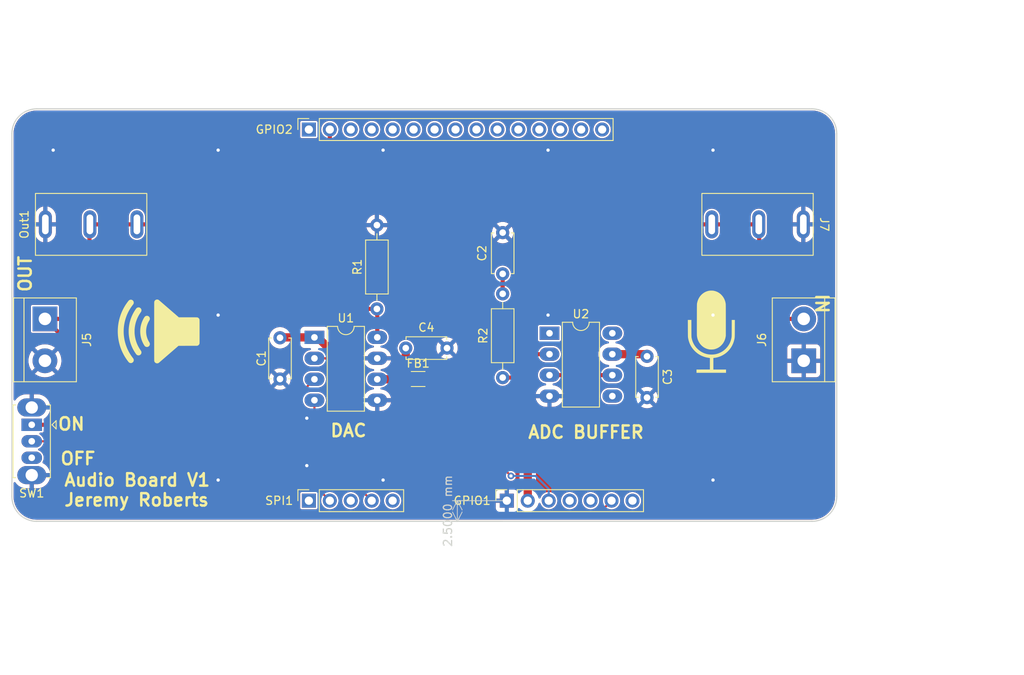
<source format=kicad_pcb>
(kicad_pcb (version 20211014) (generator pcbnew)
  (layers (0 "F.Cu" signal) (31 "B.Cu" signal) (34 "B.Paste" user) (35 "F.Paste" user) (36 "B.SilkS" user "B.Silkscreen") (37 "F.SilkS" user "F.Silkscreen") (38 "B.Mask" user) (39 "F.Mask" user) (44 "Edge.Cuts" user))
  (net 0 "")
  (net 1 "VCC")
  (net 2 "GND")
  (net 3 "ADC")
  (net 5 "SCK")
  (net 7 "SDO")
  (net 8 "Speaker")
  (net 9 "CS#")
  (net 15 "Net-(J6-Pad2)")
  (net 16 "Net-(R2-Pad1)")
  (net 17 "VREF")
  (net 34 "Net-(J5-Pad1)")
  (footprint "Capacitor_THT:C_Disc_D4.7mm_W2.5mm_P5.00mm" (layer "F.Cu") (at 179.5 90 90)
    (fp_text reference "C2" (at 2.5 -2.5 90) (layer "F.SilkS"))
    (fp_text value "100n")
    (fp_line (start 4.97 -1.37) (end 4.97 -1.055) (layer "F.SilkS") (width 0.12))
    (fp_line (start 0.03 1.055) (end 0.03 1.37) (layer "F.SilkS") (width 0.12))
    (fp_line (start 0.03 -1.37) (end 4.97 -1.37) (layer "F.SilkS") (width 0.12))
    (fp_line (start 0.03 1.37) (end 4.97 1.37) (layer "F.SilkS") (width 0.12))
    (fp_line (start 0.03 -1.37) (end 0.03 -1.055) (layer "F.SilkS") (width 0.12))
    (fp_line (start 4.97 1.055) (end 4.97 1.37) (layer "F.SilkS") (width 0.12))
    (pad "1" thru_hole circle (at 0 0 90) (size 1.6 1.6) (drill 0.8) (layers *.Cu *.Mask) (net 3 "ADC"))
    (pad "2" thru_hole circle (at 5 0 90) (size 1.6 1.6) (drill 0.8) (layers *.Cu *.Mask) (net 2 "GND"))
  )
  (footprint "Resistor_THT:R_Axial_DIN0207_L6.3mm_D2.5mm_P10.16mm_Horizontal" (layer "F.Cu") (at 179.5 102.58 90)
    (fp_text reference "R2" (at 5.08 -2.37 90) (layer "F.SilkS"))
    (fp_text value "15")
    (fp_line (start 1.81 -1.37) (end 1.81 1.37) (layer "F.SilkS") (width 0.12))
    (fp_line (start 8.35 1.37) (end 8.35 -1.37) (layer "F.SilkS") (width 0.12))
    (fp_line (start 9.12 0) (end 8.35 0) (layer "F.SilkS") (width 0.12))
    (fp_line (start 1.81 1.37) (end 8.35 1.37) (layer "F.SilkS") (width 0.12))
    (fp_line (start 8.35 -1.37) (end 1.81 -1.37) (layer "F.SilkS") (width 0.12))
    (fp_line (start 1.04 0) (end 1.81 0) (layer "F.SilkS") (width 0.12))
    (pad "1" thru_hole circle (at 0 0 90) (size 1.6 1.6) (drill 0.8) (layers *.Cu *.Mask) (net 16 "Net-(R2-Pad1)"))
    (pad "2" thru_hole oval (at 10.16 0 90) (size 1.6 1.6) (drill 0.8) (layers *.Cu *.Mask) (net 3 "ADC"))
  )
  (footprint "Capacitor_THT:C_Disc_D4.7mm_W2.5mm_P5.00mm" (layer "F.Cu") (at 167.75 99)
    (fp_text reference "C4" (at 2.5 -2.5) (layer "F.SilkS"))
    (fp_text value "100n")
    (fp_line (start 0.03 1.055) (end 0.03 1.37) (layer "F.SilkS") (width 0.12))
    (fp_line (start 0.03 1.37) (end 4.97 1.37) (layer "F.SilkS") (width 0.12))
    (fp_line (start 4.97 -1.37) (end 4.97 -1.055) (layer "F.SilkS") (width 0.12))
    (fp_line (start 0.03 -1.37) (end 0.03 -1.055) (layer "F.SilkS") (width 0.12))
    (fp_line (start 0.03 -1.37) (end 4.97 -1.37) (layer "F.SilkS") (width 0.12))
    (fp_line (start 4.97 1.055) (end 4.97 1.37) (layer "F.SilkS") (width 0.12))
    (pad "1" thru_hole circle (at 0 0) (size 1.6 1.6) (drill 0.8) (layers *.Cu *.Mask) (net 17 "VREF"))
    (pad "2" thru_hole circle (at 5 0) (size 1.6 1.6) (drill 0.8) (layers *.Cu *.Mask) (net 2 "GND"))
  )
  (footprint "Capacitor_THT:C_Disc_D4.7mm_W2.5mm_P5.00mm" (layer "F.Cu") (at 197 100 -90)
    (fp_text reference "C3" (at 2.5 -2.5 90) (layer "F.SilkS"))
    (fp_text value "100n")
    (fp_line (start 0.03 1.37) (end 4.97 1.37) (layer "F.SilkS") (width 0.12))
    (fp_line (start 0.03 -1.37) (end 0.03 -1.055) (layer "F.SilkS") (width 0.12))
    (fp_line (start 4.97 1.055) (end 4.97 1.37) (layer "F.SilkS") (width 0.12))
    (fp_line (start 4.97 -1.37) (end 4.97 -1.055) (layer "F.SilkS") (width 0.12))
    (fp_line (start 0.03 1.055) (end 0.03 1.37) (layer "F.SilkS") (width 0.12))
    (fp_line (start 0.03 -1.37) (end 4.97 -1.37) (layer "F.SilkS") (width 0.12))
    (pad "1" thru_hole circle (at 0 0 270) (size 1.6 1.6) (drill 0.8) (layers *.Cu *.Mask) (net 1 "VCC"))
    (pad "2" thru_hole circle (at 5 0 270) (size 1.6 1.6) (drill 0.8) (layers *.Cu *.Mask) (net 2 "GND"))
  )
  (footprint "Connector_PinSocket_2.54mm:PinSocket_1x15_P2.54mm_Vertical" (layer "F.Cu") (at 156 72.5 90)
    (fp_text reference "GPIO2" (at 0 -4.2 180) (layer "F.SilkS"))
    (fp_text value "GPIO" hide)
    (fp_line (start -1.33 1.27) (end -1.33 36.89) (layer "F.SilkS") (width 0.12))
    (fp_line (start 1.33 -1.33) (end 1.33 0) (layer "F.SilkS") (width 0.12))
    (fp_line (start -1.33 1.27) (end 1.33 1.27) (layer "F.SilkS") (width 0.12))
    (fp_line (start -1.33 36.89) (end 1.33 36.89) (layer "F.SilkS") (width 0.12))
    (fp_line (start 1.33 1.27) (end 1.33 36.89) (layer "F.SilkS") (width 0.12))
    (fp_line (start 0 -1.33) (end 1.33 -1.33) (layer "F.SilkS") (width 0.12))
    (pad "1" thru_hole rect (at 0 0 90) (size 1.7 1.7) (drill 1) (layers *.Cu *.Mask))
    (pad "2" thru_hole oval (at 0 2.54 90) (size 1.7 1.7) (drill 1) (layers *.Cu *.Mask) (net 3 "ADC"))
    (pad "3" thru_hole oval (at 0 5.08 90) (size 1.7 1.7) (drill 1) (layers *.Cu *.Mask))
    (pad "4" thru_hole oval (at 0 7.62 90) (size 1.7 1.7) (drill 1) (layers *.Cu *.Mask))
    (pad "5" thru_hole oval (at 0 10.16 90) (size 1.7 1.7) (drill 1) (layers *.Cu *.Mask))
    (pad "6" thru_hole oval (at 0 12.7 90) (size 1.7 1.7) (drill 1) (layers *.Cu *.Mask))
    (pad "7" thru_hole oval (at 0 15.24 90) (size 1.7 1.7) (drill 1) (layers *.Cu *.Mask))
    (pad "8" thru_hole oval (at 0 17.78 90) (size 1.7 1.7) (drill 1) (layers *.Cu *.Mask))
    (pad "9" thru_hole oval (at 0 20.32 90) (size 1.7 1.7) (drill 1) (layers *.Cu *.Mask))
    (pad "10" thru_hole oval (at 0 22.86 90) (size 1.7 1.7) (drill 1) (layers *.Cu *.Mask))
    (pad "11" thru_hole oval (at 0 25.4 90) (size 1.7 1.7) (drill 1) (layers *.Cu *.Mask))
    (pad "12" thru_hole oval (at 0 27.94 90) (size 1.7 1.7) (drill 1) (layers *.Cu *.Mask))
    (pad "13" thru_hole oval (at 0 30.48 90) (size 1.7 1.7) (drill 1) (layers *.Cu *.Mask))
    (pad "14" thru_hole oval (at 0 33.02 90) (size 1.7 1.7) (drill 1) (layers *.Cu *.Mask))
    (pad "15" thru_hole oval (at 0 35.56 90) (size 1.7 1.7) (drill 1) (layers *.Cu *.Mask))
  )
  (footprint "Grapics:Speaker" (layer "F.Cu") (at 137.8 97 180)
    (fp_text reference "G***" hide)
    (fp_text value "LOGO" hide)
    (fp_poly (pts (xy 1.452355 -1.864307) (xy 1.509678 -1.857953) (xy 1.561448 -1.843936) (xy 1.609604 -1.821456) (xy 1.656085 -1.789713) (xy 1.678171 -1.771128) (xy 1.695619 -1.752807) (xy 1.716776 -1.725924) (xy 1.741025 -1.691494) (xy 1.767752 -1.650535) (xy 1.79634 -1.604063) (xy 1.826173 -1.553097) (xy 1.856635 -1.498652) (xy 1.887112 -1.441746) (xy 1.916985 -1.383395) (xy 1.934398 -1.348045) (xy 2.008324 -1.183666) (xy 2.072494 -1.015714) (xy 2.126847 -0.844674) (xy 2.171322 -0.671032) (xy 2.205857 -0.495274) (xy 2.230393 -0.317885) (xy 2.244868 -0.139352) (xy 2.249222 0.03984) (xy 2.243393 0.219206) (xy 2.22732 0.398258) (xy 2.200944 0.576512) (xy 2.185573 0.656942) (xy 2.145608 0.827572) (xy 2.096107 0.996316) (xy 2.037506 1.162033) (xy 1.970239 1.323582) (xy 1.894739 1.479825) (xy 1.822126 1.611525) (xy 1.789998 1.665599) (xy 1.761702 1.711231) (xy 1.736397 1.749397) (xy 1.713246 1.78107) (xy 1.691408 1.807225) (xy 1.670045 1.828839) (xy 1.648317 1.846884) (xy 1.625385 1.862336) (xy 1.600411 1.87617) (xy 1.589799 1.881402) (xy 1.533719 1.902913) (xy 1.475501 1.915133) (xy 1.416947 1.917837) (xy 1.359859 1.910796) (xy 1.358556 1.910513) (xy 1.301046 1.892957) (xy 1.248747 1.8665) (xy 1.200863 1.830698) (xy 1.179868 1.810734) (xy 1.141813 1.766763) (xy 1.11343 1.721643) (xy 1.093907 1.673501) (xy 1.082429 1.620469) (xy 1.078688 1.578147) (xy 1.077907 1.546496) (xy 1.078915 1.518237) (xy 1.082242 1.491861) (xy 1.088415 1.465859) (xy 1.097963 1.438722) (xy 1.111413 1.408942) (xy 1.129294 1.375011) (xy 1.152134 1.335418) (xy 1.179493 1.290234) (xy 1.256732 1.154487) (xy 1.324707 1.014141) (xy 1.383317 0.869757) (xy 1.432456 0.721891) (xy 1.472021 0.571103) (xy 1.50191 0.417952) (xy 1.522018 0.262994) (xy 1.532242 0.10679) (xy 1.532478 -0.050103) (xy 1.522624 -0.207126) (xy 1.502574 -0.36372) (xy 1.494665 -0.409932) (xy 1.465275 -0.547955) (xy 1.427371 -0.685751) (xy 1.381574 -0.821722) (xy 1.328506 -0.95427) (xy 1.268786 -1.081798) (xy 1.203037 -1.202709) (xy 1.157949 -1.276084) (xy 1.129003 -1.323802) (xy 1.107253 -1.366708) (xy 1.091978 -1.406902) (xy 1.082457 -1.446487) (xy 1.077969 -1.487565) (xy 1.077385 -1.510966) (xy 1.081704 -1.570793) (xy 1.094931 -1.62572) (xy 1.11747 -1.676709) (xy 1.149723 -1.724722) (xy 1.182236 -1.761081) (xy 1.227057 -1.800507) (xy 1.273787 -1.830133) (xy 1.323622 -1.850417) (xy 1.377758 -1.861815) (xy 1.43739 -1.864784)) (layer "F.SilkS") (width 0) (fill solid))
    (fp_poly (pts (xy 3.443405 -3.81353) (xy 3.496829 -3.801497) (xy 3.546766 -3.780652) (xy 3.595142 -3.75035) (xy 3.603522 -3.74408) (xy 3.620655 -3.729776) (xy 3.638885 -3.711997) (xy 3.659425 -3.689412) (xy 3.68349 -3.660689) (xy 3.710289 -3.627058) (xy 3.85813 -3.429963) (xy 3.997901 -3.226333) (xy 4.129265 -3.016757) (xy 4.251883 -2.801826) (xy 4.365413 -2.582128) (xy 4.469519 -2.358253) (xy 4.546088 -2.175792) (xy 4.633549 -1.942958) (xy 4.710914 -1.707501) (xy 4.778179 -1.469735) (xy 4.83534 -1.229977) (xy 4.882393 -0.98854) (xy 4.919333 -0.745739) (xy 4.946158 -0.501889) (xy 4.962862 -0.257304) (xy 4.969443 -0.012301) (xy 4.965895 0.232807) (xy 4.952215 0.477705) (xy 4.928399 0.722079) (xy 4.894444 0.965612) (xy 4.850344 1.207991) (xy 4.796096 1.4489) (xy 4.731696 1.688026) (xy 4.657141 1.925052) (xy 4.600057 2.086447) (xy 4.528871 2.268711) (xy 4.449914 2.45213) (xy 4.364293 2.634447) (xy 4.273117 2.813404) (xy 4.177493 2.986743) (xy 4.07853 3.152205) (xy 4.071718 3.163097) (xy 4.036073 3.219027) (xy 3.998167 3.276865) (xy 3.958662 3.335706) (xy 3.918219 3.394644) (xy 3.877499 3.452772) (xy 3.837164 3.509184) (xy 3.797874 3.562973) (xy 3.760292 3.613235) (xy 3.725078 3.659062) (xy 3.692893 3.699548) (xy 3.6644 3.733787) (xy 3.640258 3.760873) (xy 3.622611 3.778557) (xy 3.575461 3.814946) (xy 3.523802 3.841842) (xy 3.467648 3.85924) (xy 3.407015 3.867133) (xy 3.38241 3.867636) (xy 3.355813 3.866697) (xy 3.329436 3.864555) (xy 3.307466 3.861594) (xy 3.300037 3.860073) (xy 3.24401 3.841336) (xy 3.193178 3.814184) (xy 3.148104 3.779637) (xy 3.109354 3.738717) (xy 3.077491 3.692444) (xy 3.053081 3.64184) (xy 3.036688 3.587925) (xy 3.028878 3.531721) (xy 3.030215 3.474249) (xy 3.041264 3.416531) (xy 3.046047 3.40085) (xy 3.054744 3.377081) (xy 3.065096 3.354387) (xy 3.078169 3.331034) (xy 3.095027 3.30529) (xy 3.116734 3.27542) (xy 3.144356 3.239691) (xy 3.147471 3.235748) (xy 3.221701 3.138847) (xy 3.297219 3.034476) (xy 3.372259 2.925222) (xy 3.445058 2.813673) (xy 3.513853 2.702417) (xy 3.533254 2.669812) (xy 3.647319 2.465994) (xy 3.7519 2.257752) (xy 3.846896 2.045395) (xy 3.93221 1.829234) (xy 4.00774 1.609577) (xy 4.073387 1.386734) (xy 4.129052 1.161014) (xy 4.174636 0.932728) (xy 4.210038 0.702184) (xy 4.233023 0.49402) (xy 4.244511 0.335731) (xy 4.251161 0.171416) (xy 4.252974 0.004315) (xy 4.249948 -0.162331) (xy 4.242084 -0.325282) (xy 4.233159 -0.441465) (xy 4.207005 -0.673566) (xy 4.170502 -0.904178) (xy 4.123757 -1.132883) (xy 4.066879 -1.359265) (xy 3.999973 -1.582906) (xy 3.923148 -1.803389) (xy 3.83651 -2.020298) (xy 3.812444 -2.075936) (xy 3.794918 -2.114717) (xy 3.773362 -2.160663) (xy 3.7488 -2.211723) (xy 3.722256 -2.265845) (xy 3.694754 -2.320979) (xy 3.667318 -2.375074) (xy 3.640973 -2.426078) (xy 3.616742 -2.47194) (xy 3.59565 -2.51061) (xy 3.59332 -2.514774) (xy 3.480562 -2.706132) (xy 3.360096 -2.892489) (xy 3.233026 -3.072183) (xy 3.153177 -3.177256) (xy 3.120532 -3.220148) (xy 3.094433 -3.257175) (xy 3.074016 -3.289925) (xy 3.058415 -3.319987) (xy 3.046765 -3.348948) (xy 3.0382 -3.378397) (xy 3.034586 -3.394891) (xy 3.028324 -3.452934) (xy 3.031874 -3.511994) (xy 3.044929 -3.57024) (xy 3.067185 -3.625837) (xy 3.075813 -3.642086) (xy 3.095335 -3.670598) (xy 3.121796 -3.70075) (xy 3.152492 -3.729994) (xy 3.184723 -3.755778) (xy 3.215787 -3.775554) (xy 3.219015 -3.777252) (xy 3.260386 -3.796293) (xy 3.298809 -3.808652) (xy 3.338489 -3.815347) (xy 3.38363 -3.817397) (xy 3.384565 -3.817398)) (layer "F.SilkS") (width 0) (fill solid))
    (fp_poly (pts (xy 2.512595 -2.880544) (xy 2.569562 -2.866176) (xy 2.623808 -2.841858) (xy 2.672475 -2.810077) (xy 2.686836 -2.798779) (xy 2.699842 -2.787281) (xy 2.712652 -2.774221) (xy 2.726423 -2.758235) (xy 2.742315 -2.737959) (xy 2.761487 -2.712031) (xy 2.785096 -2.679086) (xy 2.791673 -2.669812) (xy 2.915442 -2.486035) (xy 3.029891 -2.297477) (xy 3.134939 -2.10437) (xy 3.230505 -1.906941) (xy 3.31651 -1.705422) (xy 3.392873 -1.500042) (xy 3.459513 -1.291031) (xy 3.516351 -1.078618) (xy 3.563306 -0.863034) (xy 3.600297 -0.644508) (xy 3.627245 -0.423269) (xy 3.64191 -0.238016) (xy 3.643772 -0.198707) (xy 3.645228 -0.150965) (xy 3.646277 -0.096862) (xy 3.646918 -0.038468) (xy 3.647153 0.022147) (xy 3.646979 0.08291) (xy 3.646399 0.141752) (xy 3.645411 0.196601) (xy 3.644014 0.245387) (xy 3.64221 0.286039) (xy 3.641948 0.290571) (xy 3.623464 0.513952) (xy 3.594837 0.734707) (xy 3.556123 0.952663) (xy 3.507383 1.167649) (xy 3.448674 1.379491) (xy 3.380054 1.588017) (xy 3.301581 1.793055) (xy 3.213314 1.994432) (xy 3.11531 2.191976) (xy 3.007628 2.385513) (xy 2.890326 2.574872) (xy 2.852565 2.631886) (xy 2.818787 2.681746) (xy 2.789764 2.723652) (xy 2.764691 2.758571) (xy 2.74276 2.787468) (xy 2.723166 2.81131) (xy 2.705101 2.831061) (xy 2.687761 2.847689) (xy 2.670337 2.862158) (xy 2.652025 2.875435) (xy 2.645643 2.879723) (xy 2.597334 2.905732) (xy 2.543705 2.924138) (xy 2.487139 2.934494) (xy 2.430014 2.936354) (xy 2.37813 2.929994) (xy 2.356795 2.924122) (xy 2.330558 2.91477) (xy 2.30372 2.903537) (xy 2.29192 2.897962) (xy 2.263617 2.882871) (xy 2.240582 2.867546) (xy 2.218499 2.848868) (xy 2.202576 2.833418) (xy 2.164494 2.790578) (xy 2.135902 2.747324) (xy 2.115907 2.701605) (xy 2.103618 2.65137) (xy 2.098141 2.594568) (xy 2.098094 2.593319) (xy 2.097898 2.551932) (xy 2.101053 2.515136) (xy 2.108262 2.480913) (xy 2.120231 2.447245) (xy 2.137664 2.412111) (xy 2.161266 2.373494) (xy 2.188817 2.333457) (xy 2.304715 2.162564) (xy 2.410698 1.988292) (xy 2.506876 1.810431) (xy 2.593357 1.628768) (xy 2.670249 1.443093) (xy 2.727714 1.283257) (xy 2.77262 1.141318) (xy 2.811473 1.00085) (xy 2.84469 0.859814) (xy 2.872686 0.716173) (xy 2.895877 0.567888) (xy 2.91468 0.41292) (xy 2.923146 0.325843) (xy 2.925123 0.29687) (xy 2.926765 0.259009) (xy 2.928071 0.213875) (xy 2.929042 0.163085) (xy 2.929677 0.108256) (xy 2.929979 0.051004) (xy 2.929946 -0.007054) (xy 2.929579 -0.064301) (xy 2.928878 -0.119121) (xy 2.927844 -0.169897) (xy 2.926477 -0.215012) (xy 2.924777 -0.252851) (xy 2.923032 -0.278543) (xy 2.900283 -0.486651) (xy 2.86777 -0.690925) (xy 2.82551 -0.89132) (xy 2.773519 -1.087792) (xy 2.711813 -1.280297) (xy 2.640408 -1.468789) (xy 2.55932 -1.653224) (xy 2.468565 -1.833558) (xy 2.368159 -2.009745) (xy 2.258119 -2.181742) (xy 2.215104 -2.244113) (xy 2.183527 -2.289774) (xy 2.157997 -2.32879) (xy 2.137899 -2.362649) (xy 2.122622 -2.39284) (xy 2.111551 -2.42085) (xy 2.104073 -2.448167) (xy 2.099577 -2.476279) (xy 2.097447 -2.506674) (xy 2.097036 -2.530646) (xy 2.101055 -2.589779) (xy 2.113627 -2.643719) (xy 2.135253 -2.693658) (xy 2.166433 -2.740786) (xy 2.20223 -2.780934) (xy 2.225834 -2.803619) (xy 2.245917 -2.82045) (xy 2.265582 -2.833738) (xy 2.287929 -2.845792) (xy 2.291885 -2.847724) (xy 2.338399 -2.867254) (xy 2.382948 -2.879239) (xy 2.429717 -2.884656) (xy 2.45218 -2.885211)) (layer "F.SilkS") (width 0) (fill solid))
    (fp_poly (pts (xy 0.254677 -3.846432) (xy 0.305732 -3.836164) (xy 0.352173 -3.818089) (xy 0.395924 -3.791416) (xy 0.438911 -3.75536) (xy 0.447297 -3.747239) (xy 0.46981 -3.724113) (xy 0.486491 -3.704447) (xy 0.499694 -3.685104) (xy 0.511769 -3.662945) (xy 0.514278 -3.657852) (xy 0.525442 -3.633152) (xy 0.535871 -3.607059) (xy 0.543728 -3.584248) (xy 0.545235 -3.579019) (xy 0.545836 -3.576456) (xy 0.54641 -3.57316) (xy 0.546959 -3.568897) (xy 0.547481 -3.563432) (xy 0.54798 -3.556533) (xy 0.548453 -3.547964) (xy 0.548904 -3.53749) (xy 0.549331 -3.524879) (xy 0.549736 -3.509894) (xy 0.550119 -3.492303) (xy 0.550481 -3.471871) (xy 0.550822 -3.448363) (xy 0.551143 -3.421545) (xy 0.551445 -3.391183) (xy 0.551728 -3.357043) (xy 0.551993 -3.31889) (xy 0.552241 -3.27649) (xy 0.552471 -3.229609) (xy 0.552685 -3.178012) (xy 0.552883 -3.121466) (xy 0.553066 -3.059735) (xy 0.553234 -2.992586) (xy 0.553388 -2.919784) (xy 0.553529 -2.841095) (xy 0.553657 -2.756284) (xy 0.553773 -2.665118) (xy 0.553877 -2.567362) (xy 0.553971 -2.462782) (xy 0.554054 -2.351143) (xy 0.554127 -2.232211) (xy 0.554191 -2.105752) (xy 0.554246 -1.971532) (xy 0.554293 -1.829316) (xy 0.554333 -1.67887) (xy 0.554366 -1.51996) (xy 0.554393 -1.352351) (xy 0.554415 -1.175809) (xy 0.554431 -0.9901) (xy 0.554443 -0.79499) (xy 0.554451 -0.590244) (xy 0.554456 -0.375627) (xy 0.554459 -0.150906) (xy 0.554459 0.021022) (xy 0.554458 0.253136) (xy 0.554456 0.474975) (xy 0.554451 0.686771) (xy 0.554443 0.888761) (xy 0.554432 1.081179) (xy 0.554416 1.26426) (xy 0.554396 1.438239) (xy 0.55437 1.60335) (xy 0.554338 1.759829) (xy 0.554299 1.90791) (xy 0.554252 2.047827) (xy 0.554198 2.179816) (xy 0.554135 2.304112) (xy 0.554063 2.420949) (xy 0.553981 2.530562) (xy 0.553889 2.633186) (xy 0.553785 2.729056) (xy 0.55367 2.818406) (xy 0.553542 2.901472) (xy 0.553401 2.978487) (xy 0.553247 3.049688) (xy 0.553078 3.115308) (xy 0.552894 3.175582) (xy 0.552696 3.230746) (xy 0.55248 3.281034) (xy 0.552249 3.326681) (xy 0.551999 3.367921) (xy 0.551732 3.40499) (xy 0.551446 3.438122) (xy 0.551141 3.467552) (xy 0.550816 3.493515) (xy 0.550471 3.516245) (xy 0.550104 3.535978) (xy 0.549716 3.552948) (xy 0.549305 3.567391) (xy 0.548872 3.57954) (xy 0.548414 3.58963) (xy 0.547933 3.597897) (xy 0.547426 3.604576) (xy 0.546894 3.6099) (xy 0.546336 3.614105) (xy 0.545752 3.617426) (xy 0.54514 3.620097) (xy 0.544879 3.621063) (xy 0.524395 3.677424) (xy 0.496189 3.729466) (xy 0.461385 3.775432) (xy 0.421714 3.81309) (xy 0.374295 3.844508) (xy 0.321667 3.868399) (xy 0.265976 3.884154) (xy 0.209372 3.891164) (xy 0.15445 3.888879) (xy 0.098018 3.877194) (xy 0.045393 3.857938) (xy -0.001098 3.831995) (xy -0.008439 3.826828) (xy -0.014036 3.822212) (xy -0.027267 3.810986) (xy -0.047819 3.793422) (xy -0.075379 3.769789) (xy -0.109634 3.740357) (xy -0.150271 3.705396) (xy -0.196977 3.665176) (xy -0.249439 3.619968) (xy -0.307344 3.570042) (xy -0.370379 3.515667) (xy -0.438231 3.457114) (xy -0.510586 3.394652) (xy -0.587133 3.328553) (xy -0.667556 3.259085) (xy -0.751545 3.18652) (xy -0.838785 3.111127) (xy -0.928964 3.033177) (xy -1.021768 2.952938) (xy -1.116885 2.870683) (xy -1.214001 2.78668) (xy -1.229558 2.773222) (xy -2.430211 1.734539) (xy -3.539366 1.733076) (xy -3.668063 1.732919) (xy -3.786684 1.732792) (xy -3.895663 1.732678) (xy -3.995434 1.732564) (xy -4.086432 1.732435) (xy -4.169091 1.732276) (xy -4.243845 1.732071) (xy -4.311129 1.731807) (xy -4.371377 1.731468) (xy -4.425025 1.731039) (xy -4.472505 1.730505) (xy -4.514253 1.729853) (xy -4.550702 1.729066) (xy -4.582289 1.728129) (xy -4.609445 1.727029) (xy -4.632607 1.72575) (xy -4.652209 1.724277) (xy -4.668685 1.722596) (xy -4.682469 1.720691) (xy -4.693995 1.718548) (xy -4.7037 1.716152) (xy -4.712015 1.713488) (xy -4.719377 1.710541) (xy -4.726219 1.707296) (xy -4.732976 1.703738) (xy -4.740082 1.699853) (xy -4.747972 1.695626) (xy -4.756259 1.69144) (xy -4.800648 1.664687) (xy -4.842219 1.629855) (xy -4.878611 1.589311) (xy -4.907464 1.545421) (xy -4.913349 1.533942) (xy -4.917091 1.526494) (xy -4.920575 1.51996) (xy -4.92381 1.513961) (xy -4.926804 1.508116) (xy -4.929568 1.502049) (xy -4.93211 1.495379) (xy -4.93444 1.487727) (xy -4.936566 1.478715) (xy -4.938499 1.467964) (xy -4.940247 1.455094) (xy -4.94182 1.439727) (xy -4.943226 1.421484) (xy -4.944475 1.399986) (xy -4.945577 1.374854) (xy -4.94654 1.345709) (xy -4.947373 1.312172) (xy -4.948086 1.273863) (xy -4.948689 1.230405) (xy -4.94919 1.181419) (xy -4.949598 1.126524) (xy -4.949923 1.065343) (xy -4.950174 0.997495) (xy -4.95036 0.922604) (xy -4.95049 0.840289) (xy -4.950574 0.750171) (xy -4.950621 0.651872) (xy -4.95064 0.545012) (xy -4.95064 0.429213) (xy -4.950631 0.304095) (xy -4.950622 0.169281) (xy -4.950621 0.02439) (xy -4.950622 0.002154) (xy -4.950631 -0.142038) (xy -4.950634 -0.2761) (xy -4.95063 -0.400413) (xy -4.950616 -0.515356) (xy -4.950589 -0.621311) (xy -4.950547 -0.718658) (xy -4.950486 -0.807778) (xy -4.950405 -0.889051) (xy -4.9503 -0.962858) (xy -4.950168 -1.029579) (xy -4.950008 -1.089596) (xy -4.949817 -1.143289) (xy -4.949591 -1.191039) (xy -4.949328 -1.233226) (xy -4.949025 -1.270231) (xy -4.948681 -1.302434) (xy -4.948291 -1.330216) (xy -4.947853 -1.353958) (xy -4.947366 -1.374041) (xy -4.946825 -1.390844) (xy -4.946228 -1.404749) (xy -4.945573 -1.416137) (xy -4.944857 -1.425387) (xy -4.944077 -1.432881) (xy -4.943231 -1.439) (xy -4.942315 -1.444123) (xy -4.941328 -1.448632) (xy -4.940368 -1.452508) (xy -4.920323 -1.510435) (xy -4.891478 -1.56303) (xy -4.854441 -1.609646) (xy -4.809824 -1.649635) (xy -4.758234 -1.682349) (xy -4.701076 -1.70687) (xy -4.659032 -1.721188) (xy -3.526464 -1.723816) (xy -2.393896 -1.726443) (xy -1.340161 -2.638011) (xy -1.247412 -2.718247) (xy -1.15584 -2.797466) (xy -1.065828 -2.875334) (xy -0.97776 -2.951522) (xy -0.89202 -3.025696) (xy -0.808992 -3.097524) (xy -0.729059 -3.166676) (xy -0.652604 -3.232818) (xy -0.580012 -3.29562) (xy -0.511666 -3.354748) (xy -0.44795 -3.409872) (xy -0.389247 -3.460659) (xy -0.33594 -3.506777) (xy -0.288415 -3.547895) (xy -0.247053 -3.583681) (xy -0.21224 -3.613802) (xy -0.184358 -3.637927) (xy -0.163791 -3.655724) (xy -0.15449 -3.663774) (xy -0.121284 -3.692302) (xy -0.089143 -3.719516) (xy -0.059303 -3.744401) (xy -0.032999 -3.765941) (xy -0.011465 -3.783119) (xy 0.004063 -3.794918) (xy 0.009453 -3.798656) (xy 0.030071 -3.810226) (xy 0.055951 -3.822296) (xy 0.082204 -3.83263) (xy 0.087737 -3.834511) (xy 0.109811 -3.841317) (xy 0.128612 -3.845745) (xy 0.147677 -3.848288) (xy 0.170544 -3.849435) (xy 0.197083 -3.849679)) (layer "F.SilkS") (width 0) (fill solid))
  )
  (footprint "G1360:G-1360" (layer "F.Cu") (at 129.6 84 90)
    (fp_text reference "Out1" (at 0 -8.1 90 unlocked) (layer "F.SilkS"))
    (fp_text value "AudioJack2" hide)
    (fp_rect (start -3.75 -6.75) (end 3.75 6.75) (layer "F.SilkS") (width 0.12) (fill none))
    (pad "S" thru_hole oval (at 0 -5.55 90) (size 3.4 1.57) (drill oval 2.4 0.8) (layers *.Cu *.Mask) (net 2 "GND"))
    (pad "T" thru_hole oval (at 0 5.55 90) (size 3.4 1.57) (drill oval 2.4 0.8) (layers *.Cu *.Mask) (net 34 "Net-(J5-Pad1)"))
    (pad "T" thru_hole oval (at 0 -0.15 90) (size 3.4 1.57) (drill oval 2.4 0.8) (layers *.Cu *.Mask) (net 34 "Net-(J5-Pad1)"))
  )
  (footprint "Package_DIP:DIP-8_W7.62mm_LongPads" (layer "F.Cu") (at 185.175 97.2)
    (fp_text reference "U2" (at 3.81 -2.33) (layer "F.SilkS"))
    (fp_text value "TL071" hide)
    (fp_line (start 6.06 -1.33) (end 4.81 -1.33) (layer "F.SilkS") (width 0.12))
    (fp_line (start 2.81 -1.33) (end 1.56 -1.33) (layer "F.SilkS") (width 0.12))
    (fp_line (start 1.56 -1.33) (end 1.56 8.95) (layer "F.SilkS") (width 0.12))
    (fp_line (start 6.06 8.95) (end 6.06 -1.33) (layer "F.SilkS") (width 0.12))
    (fp_line (start 1.56 8.95) (end 6.06 8.95) (layer "F.SilkS") (width 0.12))
    (fp_arc (start 4.81 -1.33) (mid 3.81 -0.33) (end 2.81 -1.33) (layer "F.SilkS") (width 0.12))
    (pad "1" thru_hole rect (at 0 0) (size 2.4 1.6) (drill 0.8) (layers *.Cu *.Mask))
    (pad "2" thru_hole oval (at 0 2.54) (size 2.4 1.6) (drill 0.8) (layers *.Cu *.Mask) (net 16 "Net-(R2-Pad1)"))
    (pad "3" thru_hole oval (at 0 5.08) (size 2.4 1.6) (drill 0.8) (layers *.Cu *.Mask) (net 15 "Net-(J6-Pad2)"))
    (pad "4" thru_hole oval (at 0 7.62) (size 2.4 1.6) (drill 0.8) (layers *.Cu *.Mask) (net 2 "GND"))
    (pad "5" thru_hole oval (at 7.62 7.62) (size 2.4 1.6) (drill 0.8) (layers *.Cu *.Mask))
    (pad "6" thru_hole oval (at 7.62 5.08) (size 2.4 1.6) (drill 0.8) (layers *.Cu *.Mask) (net 16 "Net-(R2-Pad1)"))
    (pad "7" thru_hole oval (at 7.62 2.54) (size 2.4 1.6) (drill 0.8) (layers *.Cu *.Mask) (net 1 "VCC"))
    (pad "8" thru_hole oval (at 7.62 0) (size 2.4 1.6) (drill 0.8) (layers *.Cu *.Mask))
  )
  (footprint "Resistor_THT:R_Axial_DIN0207_L6.3mm_D2.5mm_P10.16mm_Horizontal" (layer "F.Cu") (at 164.25 94.25 90)
    (fp_text reference "R1" (at 5.08 -2.37 90) (layer "F.SilkS"))
    (fp_text value "R")
    (fp_line (start 9.12 0) (end 8.35 0) (layer "F.SilkS") (width 0.12))
    (fp_line (start 8.35 1.37) (end 8.35 -1.37) (layer "F.SilkS") (width 0.12))
    (fp_line (start 1.81 -1.37) (end 1.81 1.37) (layer "F.SilkS") (width 0.12))
    (fp_line (start 1.81 1.37) (end 8.35 1.37) (layer "F.SilkS") (width 0.12))
    (fp_line (start 1.04 0) (end 1.81 0) (layer "F.SilkS") (width 0.12))
    (fp_line (start 8.35 -1.37) (end 1.81 -1.37) (layer "F.SilkS") (width 0.12))
    (pad "1" thru_hole circle (at 0 0 90) (size 1.6 1.6) (drill 0.8) (layers *.Cu *.Mask) (net 34 "Net-(J5-Pad1)"))
    (pad "2" thru_hole oval (at 10.16 0 90) (size 1.6 1.6) (drill 0.8) (layers *.Cu *.Mask) (net 2 "GND"))
  )
  (footprint "TerminalBlock:TerminalBlock_bornier-2_P5.08mm" (layer "F.Cu") (at 216 100.54 90)
    (fp_text reference "J6" (at 2.54 -5.08 90) (layer "F.SilkS"))
    (fp_text value "Screw_Terminal_01x02" hide)
    (fp_line (start 7.62 3.81) (end 7.62 -3.81) (layer "F.SilkS") (width 0.12))
    (fp_line (start 7.62 -3.81) (end -2.54 -3.81) (layer "F.SilkS") (width 0.12))
    (fp_line (start -2.54 -3.81) (end -2.54 3.81) (layer "F.SilkS") (width 0.12))
    (fp_line (start 7.62 2.54) (end -2.54 2.54) (layer "F.SilkS") (width 0.12))
    (fp_line (start -2.54 3.81) (end 7.62 3.81) (layer "F.SilkS") (width 0.12))
    (pad "1" thru_hole rect (at 0 0 90) (size 3 3) (drill 1.52) (layers *.Cu *.Mask) (net 2 "GND"))
    (pad "2" thru_hole circle (at 5.08 0 90) (size 3 3) (drill 1.52) (layers *.Cu *.Mask) (net 15 "Net-(J6-Pad2)"))
  )
  (footprint "Connector_PinSocket_2.54mm:PinSocket_1x07_P2.54mm_Vertical" (layer "F.Cu") (at 180 117.5 90)
    (fp_text reference "GPIO1" (at 0 -4.2 180) (layer "F.SilkS"))
    (fp_text value "Conn_01x07_Female" hide)
    (fp_line (start -1.33 1.27) (end 1.33 1.27) (layer "F.SilkS") (width 0.12))
    (fp_line (start 1.33 1.27) (end 1.33 16.57) (layer "F.SilkS") (width 0.12))
    (fp_line (start 1.33 -1.33) (end 1.33 0) (layer "F.SilkS") (width 0.12))
    (fp_line (start -1.33 1.27) (end -1.33 16.57) (layer "F.SilkS") (width 0.12))
    (fp_line (start 0 -1.33) (end 1.33 -1.33) (layer "F.SilkS") (width 0.12))
    (fp_line (start -1.33 16.57) (end 1.33 16.57) (layer "F.SilkS") (width 0.12))
    (pad "1" thru_hole rect (at 0 0 90) (size 1.7 1.7) (drill 1) (layers *.Cu *.Mask) (net 2 "GND"))
    (pad "2" thru_hole oval (at 0 2.54 90) (size 1.7 1.7) (drill 1) (layers *.Cu *.Mask) (net 1 "VCC"))
    (pad "3" thru_hole oval (at 0 5.08 90) (size 1.7 1.7) (drill 1) (layers *.Cu *.Mask) (net 9 "CS#"))
    (pad "4" thru_hole oval (at 0 7.62 90) (size 1.7 1.7) (drill 1) (layers *.Cu *.Mask))
    (pad "5" thru_hole oval (at 0 10.16 90) (size 1.7 1.7) (drill 1) (layers *.Cu *.Mask))
    (pad "6" thru_hole oval (at 0 12.7 90) (size 1.7 1.7) (drill 1) (layers *.Cu *.Mask) (net 8 "Speaker"))
    (pad "7" thru_hole oval (at 0 15.24 90) (size 1.7 1.7) (drill 1) (layers *.Cu *.Mask))
  )
  (footprint "Capacitor_THT:C_Disc_D4.7mm_W2.5mm_P5.00mm" (layer "F.Cu") (at 152.5 97.75 -90)
    (fp_text reference "C1" (at 2.5 2.25 90) (layer "F.SilkS"))
    (fp_text value "100n")
    (fp_line (start 0.03 1.055) (end 0.03 1.37) (layer "F.SilkS") (width 0.12))
    (fp_line (start 0.03 -1.37) (end 0.03 -1.055) (layer "F.SilkS") (width 0.12))
    (fp_line (start 0.03 -1.37) (end 4.97 -1.37) (layer "F.SilkS") (width 0.12))
    (fp_line (start 0.03 1.37) (end 4.97 1.37) (layer "F.SilkS") (width 0.12))
    (fp_line (start 4.97 1.055) (end 4.97 1.37) (layer "F.SilkS") (width 0.12))
    (fp_line (start 4.97 -1.37) (end 4.97 -1.055) (layer "F.SilkS") (width 0.12))
    (pad "1" thru_hole circle (at 0 0 270) (size 1.6 1.6) (drill 0.8) (layers *.Cu *.Mask) (net 1 "VCC"))
    (pad "2" thru_hole circle (at 5 0 270) (size 1.6 1.6) (drill 0.8) (layers *.Cu *.Mask) (net 2 "GND"))
  )
  (footprint "Connector_PinSocket_2.54mm:PinSocket_1x05_P2.54mm_Vertical" (layer "F.Cu") (at 156 117.5 90)
    (fp_text reference "SPI1" (at 0 -3.6 180) (layer "F.SilkS"))
    (fp_text value "Conn_01x05_Female" hide)
    (fp_line (start 1.33 -1.33) (end 1.33 0) (layer "F.SilkS") (width 0.12))
    (fp_line (start -1.33 1.27) (end -1.33 11.49) (layer "F.SilkS") (width 0.12))
    (fp_line (start 0 -1.33) (end 1.33 -1.33) (layer "F.SilkS") (width 0.12))
    (fp_line (start -1.33 1.27) (end 1.33 1.27) (layer "F.SilkS") (width 0.12))
    (fp_line (start -1.33 11.49) (end 1.33 11.49) (layer "F.SilkS") (width 0.12))
    (fp_line (start 1.33 1.27) (end 1.33 11.49) (layer "F.SilkS") (width 0.12))
    (pad "1" thru_hole rect (at 0 0 90) (size 1.7 1.7) (drill 1) (layers *.Cu *.Mask))
    (pad "2" thru_hole oval (at 0 2.54 90) (size 1.7 1.7) (drill 1) (layers *.Cu *.Mask) (net 5 "SCK"))
    (pad "3" thru_hole oval (at 0 5.08 90) (size 1.7 1.7) (drill 1) (layers *.Cu *.Mask))
    (pad "4" thru_hole oval (at 0 7.62 90) (size 1.7 1.7) (drill 1) (layers *.Cu *.Mask) (net 7 "SDO"))
    (pad "5" thru_hole oval (at 0 10.16 90) (size 1.7 1.7) (drill 1) (layers *.Cu *.Mask))
  )
  (footprint "Inductor_SMD:L_1206_3216Metric_Pad1.22x1.90mm_HandSolder" (layer "F.Cu") (at 169.25 102.75)
    (fp_text reference "FB1" (at 0 -1.9) (layer "F.SilkS"))
    (fp_text value "FerriteBead")
    (fp_line (start -0.835242 -0.91) (end 0.835242 -0.91) (layer "F.SilkS") (width 0.12))
    (fp_line (start -0.835242 0.91) (end 0.835242 0.91) (layer "F.SilkS") (width 0.12))
    (pad "1" smd roundrect (at -1.6625 0) (size 1.225 1.9) (layers "F.Cu" "F.Paste" "F.Mask") (roundrect_rratio 0.204082) (net 17 "VREF"))
    (pad "2" smd roundrect (at 1.6625 0) (size 1.225 1.9) (layers "F.Cu" "F.Paste" "F.Mask") (roundrect_rratio 0.204082) (net 1 "VCC"))
  )
  (footprint "G1360:G-1360" (layer "F.Cu") (at 210.4 84 -90)
    (fp_text reference "J7" (at 0 -8.1 -90 unlocked) (layer "F.SilkS"))
    (fp_text value "AudioJack2")
    (fp_rect (start -3.75 -6.75) (end 3.75 6.75) (layer "F.SilkS") (width 0.12) (fill none))
    (pad "S" thru_hole oval (at 0 -5.55 270) (size 3.4 1.57) (drill oval 2.4 0.8) (layers *.Cu *.Mask) (net 2 "GND"))
    (pad "T" thru_hole oval (at 0 5.55 270) (size 3.4 1.57) (drill oval 2.4 0.8) (layers *.Cu *.Mask) (net 15 "Net-(J6-Pad2)"))
    (pad "T" thru_hole oval (at 0 -0.15 270) (size 3.4 1.57) (drill oval 2.4 0.8) (layers *.Cu *.Mask) (net 15 "Net-(J6-Pad2)"))
  )
  (footprint "TerminalBlock:TerminalBlock_bornier-2_P5.08mm" (layer "F.Cu") (at 124 95.46 -90)
    (fp_text reference "J5" (at 2.54 -5.08 90) (layer "F.SilkS"))
    (fp_text value "Screw_Terminal_01x02" hide)
    (fp_line (start 7.62 2.54) (end -2.54 2.54) (layer "F.SilkS") (width 0.12))
    (fp_line (start 7.62 3.81) (end 7.62 -3.81) (layer "F.SilkS") (width 0.12))
    (fp_line (start -2.54 -3.81) (end -2.54 3.81) (layer "F.SilkS") (width 0.12))
    (fp_line (start 7.62 -3.81) (end -2.54 -3.81) (layer "F.SilkS") (width 0.12))
    (fp_line (start -2.54 3.81) (end 7.62 3.81) (layer "F.SilkS") (width 0.12))
    (pad "1" thru_hole rect (at 0 0 270) (size 3 3) (drill 1.52) (layers *.Cu *.Mask) (net 34 "Net-(J5-Pad1)"))
    (pad "2" thru_hole circle (at 5.08 0 270) (size 3 3) (drill 1.52) (layers *.Cu *.Mask) (net 2 "GND"))
  )
  (footprint "Button_Switch_THT:SW_Slide_1P2T_CK_OS102011MS2Q" (layer "F.Cu") (at 122.4 108.3 -90)
    (fp_text reference "SW1" (at 8.3 0 180) (layer "F.SilkS"))
    (fp_text value "SW_SPST")
    (fp_line (start 6.41 2.26) (end 6.41 1.95) (layer "F.SilkS") (width 0.12))
    (fp_line (start 6.41 -2.26) (end 6.41 -1.95) (layer "F.SilkS") (width 0.12))
    (fp_line (start 0.5 -2.96) (end -0.5 -2.96) (layer "F.SilkS") (width 0.12))
    (fp_line (start -2.41 -1.95) (end -2.41 -2.26) (layer "F.SilkS") (width 0.12))
    (fp_line (start -2.41 2.26) (end -2.41 1.95) (layer "F.SilkS") (width 0.12))
    (fp_line (start 0 -2.46) (end 0.5 -2.96) (layer "F.SilkS") (width 0.12))
    (fp_line (start -0.5 -2.96) (end 0 -2.46) (layer "F.SilkS") (width 0.12))
    (fp_line (start 6.41 2.26) (end -2.41 2.26) (layer "F.SilkS") (width 0.12))
    (fp_line (start -2.41 -2.26) (end 6.41 -2.26) (layer "F.SilkS") (width 0.12))
    (pad "1" thru_hole rect (at 0 0 270) (size 1.5 2.5) (drill 0.8) (layers *.Cu *.Mask) (net 34 "Net-(J5-Pad1)"))
    (pad "2" thru_hole oval (at 2 0 270) (size 1.5 2.5) (drill 0.8) (layers *.Cu *.Mask) (net 8 "Speaker"))
    (pad "3" thru_hole oval (at 4 0 270) (size 1.5 2.5) (drill 0.8) (layers *.Cu *.Mask))
    (pad "GND" thru_hole oval (at 6.1 0 270) (size 2.2 3.5) (drill 1.5) (layers *.Cu *.Mask) (net 2 "GND"))
    (pad "GND" thru_hole oval (at -2.1 0 270) (size 2.2 3.5) (drill 1.5) (layers *.Cu *.Mask) (net 2 "GND"))
  )
  (footprint "Package_DIP:DIP-8_W7.62mm_LongPads" (layer "F.Cu") (at 156.675 97.7)
    (fp_text reference "U1" (at 3.81 -2.33) (layer "F.SilkS"))
    (fp_text value "MCP4921" hide)
    (fp_line (start 1.56 8.95) (end 6.06 8.95) (layer "F.SilkS") (width 0.12))
    (fp_line (start 2.81 -1.33) (end 1.56 -1.33) (layer "F.SilkS") (width 0.12))
    (fp_line (start 6.06 8.95) (end 6.06 -1.33) (layer "F.SilkS") (width 0.12))
    (fp_line (start 1.56 -1.33) (end 1.56 8.95) (layer "F.SilkS") (width 0.12))
    (fp_line (start 6.06 -1.33) (end 4.81 -1.33) (layer "F.SilkS") (width 0.12))
    (fp_arc (start 4.81 -1.33) (mid 3.81 -0.33) (end 2.81 -1.33) (layer "F.SilkS") (width 0.12))
    (pad "1" thru_hole rect (at 0 0) (size 2.4 1.6) (drill 0.8) (layers *.Cu *.Mask) (net 1 "VCC"))
    (pad "2" thru_hole oval (at 0 2.54) (size 2.4 1.6) (drill 0.8) (layers *.Cu *.Mask) (net 9 "CS#"))
    (pad "3" thru_hole oval (at 0 5.08) (size 2.4 1.6) (drill 0.8) (layers *.Cu *.Mask) (net 5 "SCK"))
    (pad "4" thru_hole oval (at 0 7.62) (size 2.4 1.6) (drill 0.8) (layers *.Cu *.Mask) (net 7 "SDO"))
    (pad "5" thru_hole oval (at 7.62 7.62) (size 2.4 1.6) (drill 0.8) (layers *.Cu *.Mask) (net 2 "GND"))
    (pad "6" thru_hole oval (at 7.62 5.08) (size 2.4 1.6) (drill 0.8) (layers *.Cu *.Mask) (net 17 "VREF"))
    (pad "7" thru_hole oval (at 7.62 2.54) (size 2.4 1.6) (drill 0.8) (layers *.Cu *.Mask) (net 2 "GND"))
    (pad "8" thru_hole oval (at 7.62 0) (size 2.4 1.6) (drill 0.8) (layers *.Cu *.Mask) (net 34 "Net-(J5-Pad1)"))
  )
  (footprint "Grapics:Mic" (layer "F.Cu") (at 204.8 97)
    (fp_text reference "G***" hide)
    (fp_text value "LOGO" hide)
    (fp_poly (pts (xy 0.085732 -4.969818) (xy 0.160682 -4.966913) (xy 0.223855 -4.961759) (xy 0.254407 -4.957481) (xy 0.441605 -4.915499) (xy 0.617628 -4.856682) (xy 0.78337 -4.780583) (xy 0.939725 -4.686756) (xy 1.087586 -4.574755) (xy 1.172243 -4.498982) (xy 1.305984 -4.358222) (xy 1.423315 -4.205622) (xy 1.523927 -4.041794) (xy 1.607512 -3.867346) (xy 1.67376 -3.68289) (xy 1.722362 -3.489035) (xy 1.742214 -3.373438) (xy 1.743893 -3.357932) (xy 1.745434 -3.335198) (xy 1.746841 -3.304459) (xy 1.748119 -3.264937) (xy 1.749274 -3.215855) (xy 1.750311 -3.156436) (xy 1.751235 -3.085901) (xy 1.752051 -3.003473) (xy 1.752764 -2.908376) (xy 1.753379 -2.799831) (xy 1.753902 -2.677062) (xy 1.754338 -2.53929) (xy 1.754692 -2.385738) (xy 1.754968 -2.215629) (xy 1.755173 -2.028185) (xy 1.755312 -1.82263) (xy 1.755388 -1.598185) (xy 1.755409 -1.383974) (xy 1.755409 0.513902) (xy 1.73278 0.63826) (xy 1.692088 0.821698) (xy 1.638546 0.992174) (xy 1.570554 1.153689) (xy 1.48651 1.310243) (xy 1.424596 1.40813) (xy 1.367023 1.486594) (xy 1.296479 1.570567) (xy 1.217551 1.655259) (xy 1.134823 1.735883) (xy 1.052881 1.807649) (xy 1.008552 1.842557) (xy 0.870004 1.93514) (xy 0.718076 2.015751) (xy 0.557102 2.082439) (xy 0.391416 2.133256) (xy 0.330729 2.147444) (xy 0.266262 2.158092) (xy 0.187274 2.166248) (xy 0.099285 2.17177) (xy 0.007815 2.174516) (xy -0.081616 2.174342) (xy -0.163489 2.171107) (xy -0.232284 2.164668) (xy -0.247707 2.162393) (xy -0.432211 2.122316) (xy -0.609121 2.063656) (xy -0.777484 1.987067) (xy -0.936345 1.893207) (xy -1.084754 1.782729) (xy -1.221756 1.656289) (xy -1.3464 1.514542) (xy -1.457732 1.358144) (xy -1.487666 1.309683) (xy -1.577897 1.139717) (xy -1.649745 0.962286) (xy -1.70349 0.776506) (xy -1.739411 0.581495) (xy -1.750749 0.480561) (xy -1.752297 0.452616) (xy -1.753676 0.405135) (xy -1.754886 0.33805) (xy -1.755929 0.251295) (xy -1.756804 0.144803) (xy -1.757511 0.018507) (xy -1.75805 -0.127661) (xy -1.758422 -0.293766) (xy -1.758627 -0.479875) (xy -1.758666 -0.686056) (xy -1.758538 -0.912376) (xy -1.758243 -1.1589) (xy -1.757783 -1.425696) (xy -1.757672 -1.480649) (xy -1.757188 -1.710183) (xy -1.756712 -1.920268) (xy -1.756235 -2.11181) (xy -1.755746 -2.285714) (xy -1.755237 -2.442884) (xy -1.754698 -2.584225) (xy -1.754119 -2.710641) (xy -1.753491 -2.823038) (xy -1.752804 -2.922319) (xy -1.752048 -3.009389) (xy -1.751215 -3.085154) (xy -1.750294 -3.150518) (xy -1.749277 -3.206385) (xy -1.748152 -3.25366) (xy -1.746912 -3.293248) (xy -1.745546 -3.326053) (xy -1.744045 -3.352981) (xy -1.742399 -3.374935) (xy -1.740599 -3.392821) (xy -1.738635 -3.407543) (xy -1.737245 -3.415962) (xy -1.692031 -3.618394) (xy -1.630687 -3.808511) (xy -1.553063 -3.986605) (xy -1.45901 -4.152965) (xy -1.348377 -4.307883) (xy -1.221015 -4.45165) (xy -1.182971 -4.489333) (xy -1.039192 -4.614444) (xy -0.886441 -4.721298) (xy -0.7245 -4.810006) (xy -0.553152 -4.880681) (xy -0.372179 -4.933434) (xy -0.282247 -4.952345) (xy -0.227022 -4.959938) (xy -0.157371 -4.965533) (xy -0.078535 -4.969078) (xy 0.004247 -4.970523)) (layer "F.SilkS") (width 0) (fill solid))
    (fp_poly (pts (xy -2.419536 -0.389243) (xy -2.419018 -0.222259) (xy -2.41853 -0.074311) (xy -2.418042 0.055918) (xy -2.417525 0.169743) (xy -2.416947 0.268482) (xy -2.416277 0.35345) (xy -2.415485 0.425964) (xy -2.41454 0.48734) (xy -2.413412 0.538895) (xy -2.41207 0.581946) (xy -2.410484 0.617808) (xy -2.408622 0.647798) (xy -2.406455 0.673233) (xy -2.403951 0.695428) (xy -2.401079 0.715701) (xy -2.397811 0.735368) (xy -2.394113 0.755744) (xy -2.392725 0.763221) (xy -2.34147 0.984815) (xy -2.271967 1.197911) (xy -2.184752 1.401737) (xy -2.080361 1.595521) (xy -1.95933 1.778491) (xy -1.822194 1.949876) (xy -1.669489 2.108904) (xy -1.501752 2.254804) (xy -1.319517 2.386803) (xy -1.223639 2.447045) (xy -1.029074 2.551856) (xy -0.827902 2.637441) (xy -0.62038 2.703734) (xy -0.406764 2.750668) (xy -0.187309 2.778178) (xy 0.037728 2.786199) (xy 0.091587 2.785243) (xy 0.29832 2.771997) (xy 0.494415 2.743486) (xy 0.68369 2.698772) (xy 0.869962 2.636919) (xy 1.057046 2.556991) (xy 1.093951 2.539217) (xy 1.255281 2.453758) (xy 1.402583 2.361655) (xy 1.540655 2.259413) (xy 1.674296 2.143539) (xy 1.780971 2.038955) (xy 1.930143 1.871869) (xy 2.061271 1.695761) (xy 2.174552 1.510232) (xy 2.270183 1.314883) (xy 2.348363 1.109316) (xy 2.409288 0.893134) (xy 2.449182 0.69134) (xy 2.452059 0.671573) (xy 2.45462 0.64925) (xy 2.456889 0.623074) (xy 2.458891 0.591749) (xy 2.46065 0.55398) (xy 2.462191 0.508469) (xy 2.463538 0.453922) (xy 2.464716 0.389042) (xy 2.465749 0.312532) (xy 2.466662 0.223098) (xy 2.467479 0.119443) (xy 2.468226 0.000271) (xy 2.468925 -0.135714) (xy 2.469603 -0.289808) (xy 2.470098 -0.414684) (xy 2.473932 -1.414503) (xy 2.850353 -1.414503) (xy 2.846606 -0.394331) (xy 2.845966 -0.22135) (xy 2.845345 -0.067315) (xy 2.844678 0.069179) (xy 2.843897 0.189538) (xy 2.842937 0.295169) (xy 2.84173 0.387477) (xy 2.84021 0.467868) (xy 2.838312 0.537748) (xy 2.835968 0.598522) (xy 2.833112 0.651598) (xy 2.829678 0.698381) (xy 2.8256 0.740276) (xy 2.82081 0.778689) (xy 2.815242 0.815027) (xy 2.808831 0.850696) (xy 2.801509 0.8871) (xy 2.79321 0.925647) (xy 2.783868 0.967742) (xy 2.781821 0.976923) (xy 2.719815 1.210002) (xy 2.639957 1.43456) (xy 2.54298 1.649755) (xy 2.42962 1.854748) (xy 2.30061 2.048701) (xy 2.156685 2.230772) (xy 1.99858 2.400122) (xy 1.827028 2.555912) (xy 1.642764 2.697301) (xy 1.446523 2.82345) (xy 1.239038 2.933519) (xy 1.021045 3.026669) (xy 0.974148 3.043949) (xy 0.846198 3.085592) (xy 0.708717 3.122815) (xy 0.568656 3.154048) (xy 0.432967 3.177719) (xy 0.322907 3.19103) (xy 0.244231 3.19816) (xy 0.244231 4.599679) (xy 1.78085 4.599679) (xy 1.78085 4.996554) (xy -1.801202 4.996554) (xy -1.801202 4.599801) (xy -0.989643 4.597196) (xy -0.178085 4.594591) (xy -0.178085 3.200441) (xy -0.315464 3.183004) (xy -0.544026 3.145012) (xy -0.7685 3.089949) (xy -0.985989 3.018743) (xy -1.193592 2.932325) (xy -1.359438 2.847983) (xy -1.539377 2.74012) (xy -1.706301 2.623037) (xy -1.865141 2.493003) (xy -2.015683 2.351439) (xy -2.180541 2.17327) (xy -2.327174 1.986412) (xy -2.455794 1.790445) (xy -2.566614 1.584948) (xy -2.659847 1.369504) (xy -2.735706 1.143691) (xy -2.794403 0.907091) (xy -2.820917 0.763221) (xy -2.824558 0.740245) (xy -2.827786 0.718071) (xy -2.83063 0.695361) (xy -2.83312 0.670778) (xy -2.835286 0.642982) (xy -2.837158 0.610638) (xy -2.838766 0.572405) (xy -2.840139 0.526947) (xy -2.841308 0.472926) (xy -2.842302 0.409003) (xy -2.843151 0.333841) (xy -2.843885 0.246102) (xy -2.844534 0.144447) (xy -2.845128 0.027539) (xy -2.845697 -0.10596) (xy -2.84627 -0.257388) (xy -2.846759 -0.394331) (xy -2.850353 -1.414503) (xy -2.422691 -1.414503)) (layer "F.SilkS") (width 0) (fill solid))
  )
  (gr_arc (start 120 73) (mid 120.87868 70.87868) (end 123 70) (layer "Edge.Cuts") (width 0.15))
  (gr_arc (start 123 120) (mid 120.87868 119.12132) (end 120 117) (layer "Edge.Cuts") (width 0.15))
  (gr_line (start 120 73) (end 120 117) (layer "Edge.Cuts") (width 0.15))
  (gr_line (start 123 120) (end 217 120) (layer "Edge.Cuts") (width 0.15))
  (gr_arc (start 220 117) (mid 219.12132 119.12132) (end 217 120) (layer "Edge.Cuts") (width 0.15))
  (gr_arc (start 217 70) (mid 219.12132 70.87868) (end 220 73) (layer "Edge.Cuts") (width 0.15))
  (gr_line (start 217 70) (end 123 70) (layer "Edge.Cuts") (width 0.15))
  (gr_line (start 220 117) (end 220 73) (layer "Edge.Cuts") (width 0.15))
  (gr_text "ADC BUFFER" (at 189.6 109.2) (layer "F.SilkS") (effects (font (size 1.5 1.5) (thickness 0.3))))
  (gr_text "ON" (at 127.2 108.2) (layer "F.SilkS") (effects (font (size 1.5 1.5) (thickness 0.3))))
  (gr_text "OUT" (at 121.6 90 90) (layer "F.SilkS") (effects (font (size 1.5 1.5) (thickness 0.3))))
  (gr_text "OFF" (at 128 112.4) (layer "F.SilkS") (effects (font (size 1.5 1.5) (thickness 0.3))))
  (gr_text "DAC" (at 160.8 109) (layer "F.SilkS") (effects (font (size 1.5 1.5) (thickness 0.3))))
  (gr_text "Audio Board V1\nJeremy Roberts" (at 126.2 116.2) (layer "F.SilkS") (effects (font (size 1.5 1.5) (thickness 0.3)) (justify left)))
  (gr_text "IN" (at 218.2 93.6 270) (layer "F.SilkS") (effects (font (size 1.5 1.5) (thickness 0.3))))
  (dimension (type aligned) (layer "Edge.Cuts") (pts (xy 180 117.5) (xy 180 120)) (height 6) (gr_text "2.5000 mm" (at 172.85 118.75 90) (layer "Edge.Cuts") (effects (font (size 1 1) (thickness 0.15)))) (format (units 3) (units_format 1) (precision 4)) (style (thickness 0.1) (arrow_length 1.27) (text_position_mode 0) (extension_height 0.58642) (extension_offset 0.5) keep_text_aligned))
  (segment (start 161.625 102.244416) (end 161.625 105.625) (width 1) (layer "F.Cu") (net 1))
  (segment (start 192.26 99.74) (end 192.795 99.74) (width 1) (layer "F.Cu") (net 1))
  (segment (start 165 109) (end 170.75 109) (width 1) (layer "F.Cu") (net 1))
  (segment (start 195 100) (end 195 108) (width 1) (layer "F.Cu") (net 1))
  (segment (start 185.58 110) (end 182.54 113.04) (width 1) (layer "F.Cu") (net 1))
  (segment (start 170.9125 108.8375) (end 170.75 109) (width 1) (layer "F.Cu") (net 1))
  (segment (start 170.75 109) (end 178.5 109) (width 1) (layer "F.Cu") (net 1))
  (segment (start 196.74 99.74) (end 197 100) (width 1) (layer "F.Cu") (net 1))
  (segment (start 157.080584 97.7) (end 161.625 102.244416) (width 1) (layer "F.Cu") (net 1))
  (segment (start 170.9125 102.75) (end 170.9125 108.8375) (width 1) (layer "F.Cu") (net 1))
  (segment (start 161.625 105.625) (end 165 109) (width 1) (layer "F.Cu") (net 1))
  (segment (start 193 110) (end 185.58 110) (width 1) (layer "F.Cu") (net 1))
  (segment (start 156.675 97.7) (end 157.080584 97.7) (width 1) (layer "F.Cu") (net 1))
  (segment (start 195.26 99.74) (end 196.74 99.74) (width 1) (layer "F.Cu") (net 1))
  (segment (start 192.795 99.74) (end 195.26 99.74) (width 1) (layer "F.Cu") (net 1))
  (segment (start 152.55 97.7) (end 152.5 97.75) (width 1) (layer "F.Cu") (net 1))
  (segment (start 156.675 97.7) (end 152.55 97.7) (width 1) (layer "F.Cu") (net 1))
  (segment (start 178.5 109) (end 182.54 113.04) (width 1) (layer "F.Cu") (net 1))
  (segment (start 195.26 99.74) (end 195 100) (width 1) (layer "F.Cu") (net 1))
  (segment (start 182.54 113.04) (end 182.54 117.5) (width 1) (layer "F.Cu") (net 1))
  (segment (start 195 108) (end 193 110) (width 1) (layer "F.Cu") (net 1))
  (via (at 145 95) (size 0.8) (drill 0.4) (layers "F.Cu" "B.Cu") (net 2))
  (via (at 125 75) (size 0.8) (drill 0.4) (layers "F.Cu" "B.Cu") (net 2))
  (via (at 185 95) (size 0.8) (drill 0.4) (layers "F.Cu" "B.Cu") (net 2))
  (via (at 165 115) (size 0.8) (drill 0.4) (layers "F.Cu" "B.Cu") (net 2))
  (via (at 155.75 107.5) (size 0.8) (drill 0.4) (layers "F.Cu" "B.Cu") (net 2))
  (via (at 205 115) (size 0.8) (drill 0.4) (layers "F.Cu" "B.Cu") (net 2))
  (via (at 205 95) (size 0.8) (drill 0.4) (layers "F.Cu" "B.Cu") (net 2))
  (via (at 165 75) (size 0.8) (drill 0.4) (layers "F.Cu" "B.Cu") (net 2))
  (via (at 145 75) (size 0.8) (drill 0.4) (layers "F.Cu" "B.Cu") (net 2))
  (via (at 145 115) (size 0.8) (drill 0.4) (layers "F.Cu" "B.Cu") (net 2))
  (via (at 205 75) (size 0.8) (drill 0.4) (layers "F.Cu" "B.Cu") (net 2))
  (via (at 155.75 113.25) (size 0.8) (drill 0.4) (layers "F.Cu" "B.Cu") (net 2))
  (via (at 185 75) (size 0.8) (drill 0.4) (layers "F.Cu" "B.Cu") (net 2))
  (segment (start 175.5 91.25) (end 179.5 91.25) (width 0.5) (layer "F.Cu") (net 3))
  (segment (start 158.54 72.5) (end 158.54 74.29) (width 0.5) (layer "F.Cu") (net 3))
  (segment (start 158.54 74.29) (end 175.5 91.25) (width 0.5) (layer "F.Cu") (net 3))
  (segment (start 179.5 91.25) (end 179.5 92.42) (width 0.5) (layer "F.Cu") (net 3))
  (segment (start 179.5 91.25) (end 179.5 90) (width 0.5) (layer "F.Cu") (net 3))
  (segment (start 154.75 104.705) (end 156.675 102.78) (width 0.25) (layer "F.Cu") (net 5))
  (segment (start 154.75 113.71) (end 154.75 104.705) (width 0.25) (layer "F.Cu") (net 5))
  (segment (start 158.54 117.5) (end 154.75 113.71) (width 0.25) (layer "F.Cu") (net 5))
  (segment (start 156.675 114.175) (end 158.3 115.8) (width 0.25) (layer "F.Cu") (net 7))
  (segment (start 156.675 105.32) (end 156.675 114.175) (width 0.25) (layer "F.Cu") (net 7))
  (segment (start 161.92 115.8) (end 163.62 117.5) (width 0.25) (layer "F.Cu") (net 7))
  (segment (start 158.3 115.8) (end 161.92 115.8) (width 0.25) (layer "F.Cu") (net 7))
  (segment (start 191 119.2) (end 192.7 117.5) (width 0.25) (layer "F.Cu") (net 8))
  (segment (start 122.4 110.3) (end 145.1 110.3) (width 0.25) (layer "F.Cu") (net 8))
  (segment (start 154 119.2) (end 191 119.2) (width 0.25) (layer "F.Cu") (net 8))
  (segment (start 145.1 110.3) (end 154 119.2) (width 0.25) (layer "F.Cu") (net 8))
  (segment (start 177 111) (end 180.5 114.5) (width 0.25) (layer "F.Cu") (net 9))
  (segment (start 164 111) (end 177 111) (width 0.25) (layer "F.Cu") (net 9))
  (segment (start 159.85 102.060406) (end 159.85 106.85) (width 0.25) (layer "F.Cu") (net 9))
  (segment (start 156.675 100.24) (end 158.029594 100.24) (width 0.25) (layer "F.Cu") (net 9))
  (segment (start 159.85 106.85) (end 164 111) (width 0.25) (layer "F.Cu") (net 9))
  (segment (start 158.029594 100.24) (end 159.85 102.060406) (width 0.25) (layer "F.Cu") (net 9))
  (via (at 180.5 114.5) (size 0.8) (drill 0.4) (layers "F.Cu" "B.Cu") (net 9))
  (segment (start 180.5 114.5) (end 183.5 114.5) (width 0.25) (layer "B.Cu") (net 9))
  (segment (start 183.5 114.5) (end 185.08 116.08) (width 0.25) (layer "B.Cu") (net 9))
  (segment (start 185.08 116.08) (end 185.08 117.5) (width 0.25) (layer "B.Cu") (net 9))
  (segment (start 212.46 95.46) (end 216 95.46) (width 0.5) (layer "F.Cu") (net 15))
  (segment (start 189 100.4) (end 189 97.6) (width 0.5) (layer "F.Cu") (net 15))
  (segment (start 210.55 84) (end 210.6 84.05) (width 0.5) (layer "F.Cu") (net 15))
  (segment (start 189 97.6) (end 202.6 84) (width 0.5) (layer "F.Cu") (net 15))
  (segment (start 202.6 84) (end 204.85 84) (width 0.5) (layer "F.Cu") (net 15))
  (segment (start 210.6 84.05) (end 210.6 93.6) (width 0.5) (layer "F.Cu") (net 15))
  (segment (start 210.6 93.6) (end 212.46 95.46) (width 0.5) (layer "F.Cu") (net 15))
  (segment (start 187.12 102.28) (end 189 100.4) (width 0.5) (layer "F.Cu") (net 15))
  (segment (start 185.175 102.28) (end 187.12 102.28) (width 0.5) (layer "F.Cu") (net 15))
  (segment (start 204.85 84) (end 210.55 84) (width 0.5) (layer "F.Cu") (net 15))
  (segment (start 183.4 107.4) (end 187.4 107.4) (width 0.5) (layer "F.Cu") (net 16))
  (segment (start 182.18 102.58) (end 182.2 102.6) (width 0.5) (layer "F.Cu") (net 16))
  (segment (start 183.46 99.74) (end 185.175 99.74) (width 0.5) (layer "F.Cu") (net 16))
  (segment (start 182.2 102.6) (end 182.2 101) (width 0.5) (layer "F.Cu") (net 16))
  (segment (start 182.2 101) (end 183.46 99.74) (width 0.5) (layer "F.Cu") (net 16))
  (segment (start 190.77 102.28) (end 192.795 102.28) (width 0.5) (layer "F.Cu") (net 16))
  (segment (start 189 105.8) (end 189 104.05) (width 0.5) (layer "F.Cu") (net 16))
  (segment (start 187.4 107.4) (end 189 105.8) (width 0.5) (layer "F.Cu") (net 16))
  (segment (start 189 104.05) (end 190.77 102.28) (width 0.5) (layer "F.Cu") (net 16))
  (segment (start 182.2 102.715) (end 182.2 106.2) (width 0.5) (layer "F.Cu") (net 16))
  (segment (start 179.5 102.58) (end 182.18 102.58) (width 0.5) (layer "F.Cu") (net 16))
  (segment (start 182.2 106.2) (end 183.4 107.4) (width 0.5) (layer "F.Cu") (net 16))
  (segment (start 164.295 102.78) (end 167.5575 102.78) (width 1) (layer "F.Cu") (net 17))
  (segment (start 167.75 99) (end 167.75 102.5875) (width 1) (layer "F.Cu") (net 17))
  (segment (start 167.5575 102.78) (end 167.5875 102.75) (width 1) (layer "F.Cu") (net 17))
  (segment (start 167.75 102.5875) (end 167.5875 102.75) (width 1) (layer "F.Cu") (net 17))
  (segment (start 129.4 84) (end 129.4 94.06) (width 0.5) (layer "F.Cu") (net 34))
  (segment (start 125.1 108.3) (end 122.4 108.3) (width 0.5) (layer "F.Cu") (net 34))
  (segment (start 150.595 84) (end 129.4 84) (width 0.5) (layer "F.Cu") (net 34))
  (segment (start 128 95.46) (end 124 95.46) (width 0.5) (layer "F.Cu") (net 34))
  (segment (start 124 95.46) (end 129.6 101.06) (width 0.5) (layer "F.Cu") (net 34))
  (segment (start 164.25 94.25) (end 160.845 94.25) (width 0.5) (layer "F.Cu") (net 34))
  (segment (start 129.4 94.06) (end 128 95.46) (width 0.5) (layer "F.Cu") (net 34))
  (segment (start 129.6 103.8) (end 125.1 108.3) (width 0.5) (layer "F.Cu") (net 34))
  (segment (start 129.6 101.06) (end 129.6 103.8) (width 0.5) (layer "F.Cu") (net 34))
  (segment (start 164.295 97.7) (end 164.295 94.295) (width 0.5) (layer "F.Cu") (net 34))
  (segment (start 164.295 94.295) (end 164.25 94.25) (width 0.5) (layer "F.Cu") (net 34))
  (segment (start 160.845 94.25) (end 150.595 84) (width 0.5) (layer "F.Cu") (net 34))
  (zone (net 2) (net_name "GND") (layer "F.Cu") (connect_pads (clearance 0.2)) (min_thickness 0.25) (fill yes (thermal_gap 0.5) (thermal_bridge_width 0.5))
    (polygon (pts (xy 220 120) (xy 120 120) (xy 120 70) (xy 220 70)))
  )
  (zone (net 2) (net_name "GND") (layer "B.Cu") (connect_pads (clearance 0.2)) (min_thickness 0.25) (fill yes (thermal_gap 0.5) (thermal_bridge_width 0.5))
    (polygon (pts (xy 220 120) (xy 120 120) (xy 120 70) (xy 220 70)))
  )
)
</source>
